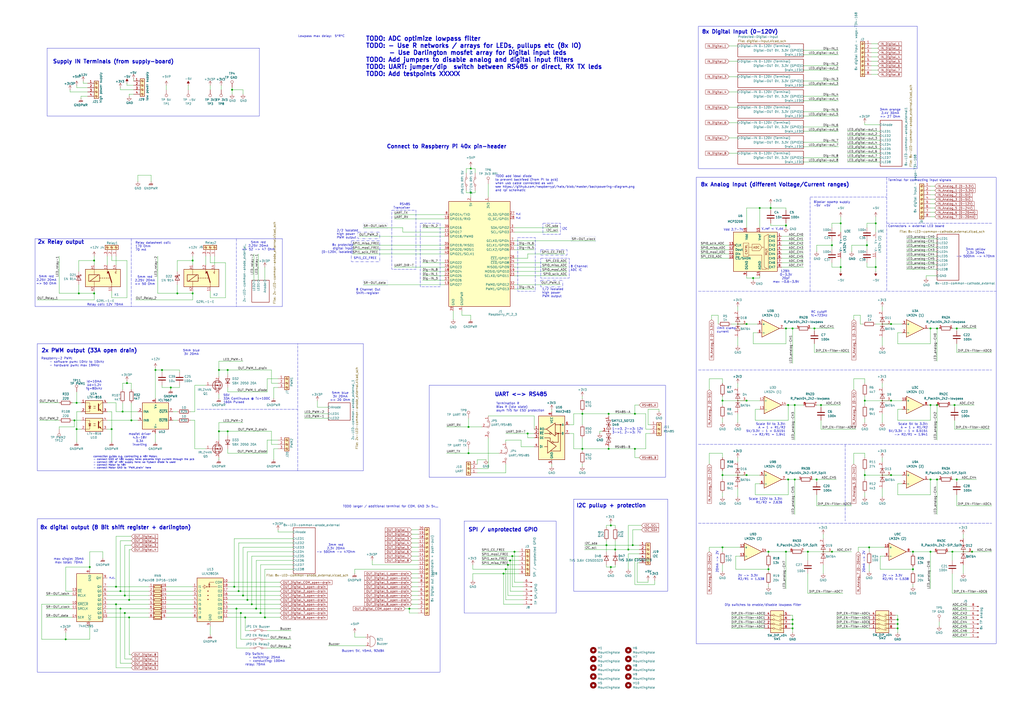
<source format=kicad_sch>
(kicad_sch
	(version 20231120)
	(generator "eeschema")
	(generator_version "8.0")
	(uuid "af4d11a6-73e1-4c39-a25e-5fe7dfa07237")
	(paper "A2")
	
	(junction
		(at 140.97 345.44)
		(diameter 0)
		(color 0 0 0 0)
		(uuid "01a8e618-7e14-4882-9136-a12536116a47")
	)
	(junction
		(at 237.49 353.06)
		(diameter 0)
		(color 0 0 0 0)
		(uuid "01c225b5-cd2c-42cd-9a9e-dd1eb69e7a46")
	)
	(junction
		(at 294.64 327.66)
		(diameter 0)
		(color 0 0 0 0)
		(uuid "05305efd-1dbd-4d1b-9814-028567a7094e")
	)
	(junction
		(at 137.16 353.06)
		(diameter 0)
		(color 0 0 0 0)
		(uuid "05eca1c0-0042-44d8-82a8-b1f48175c33d")
	)
	(junction
		(at 368.3 260.35)
		(diameter 0)
		(color 0 0 0 0)
		(uuid "06f335d7-63de-4572-a20a-022b6c7f93c9")
	)
	(junction
		(at 364.49 318.77)
		(diameter 0)
		(color 0 0 0 0)
		(uuid "072c8fc6-89d0-4715-8ea4-dd9134761f17")
	)
	(junction
		(at 351.79 316.23)
		(diameter 0)
		(color 0 0 0 0)
		(uuid "07823899-5798-4592-8eff-8b1fe5858f30")
	)
	(junction
		(at 71.12 238.76)
		(diameter 0)
		(color 0 0 0 0)
		(uuid "0eedc99b-ff42-4961-8286-6066dee5c8fe")
	)
	(junction
		(at 508 129.54)
		(diameter 0)
		(color 0 0 0 0)
		(uuid "0f3fa599-affa-44c6-8b85-24ce12db14ea")
	)
	(junction
		(at 67.31 340.36)
		(diameter 0)
		(color 0 0 0 0)
		(uuid "10026633-9ac7-4b72-aa53-10151f42da81")
	)
	(junction
		(at 64.77 248.92)
		(diameter 0)
		(color 0 0 0 0)
		(uuid "11580b8b-6675-41d3-b33d-e1ed958eda93")
	)
	(junction
		(at 153.67 358.14)
		(diameter 0)
		(color 0 0 0 0)
		(uuid "119c3b35-4b9f-4318-9220-02559deba15e")
	)
	(junction
		(at 73.66 222.25)
		(diameter 0)
		(color 0 0 0 0)
		(uuid "14ee932b-b4bf-415b-ab21-01e0b930417b")
	)
	(junction
		(at 516.89 232.41)
		(diameter 0)
		(color 0 0 0 0)
		(uuid "14fcd33f-6a27-4b5c-bd8a-16602ae94ce3")
	)
	(junction
		(at 353.06 240.03)
		(diameter 0)
		(color 0 0 0 0)
		(uuid "1827b75e-5515-4844-a399-117e6918fd73")
	)
	(junction
		(at 354.33 328.93)
		(diameter 0)
		(color 0 0 0 0)
		(uuid "1c476741-4a7f-44e7-a84a-5b0fc50d1df8")
	)
	(junction
		(at 487.68 154.94)
		(diameter 0)
		(color 0 0 0 0)
		(uuid "1f83392c-f6f4-4c47-92c7-6541609902a5")
	)
	(junction
		(at 508 154.94)
		(diameter 0)
		(color 0 0 0 0)
		(uuid "1ff1815a-ddb0-4907-bed1-18b8fe5665e3")
	)
	(junction
		(at 461.01 234.95)
		(diameter 0)
		(color 0 0 0 0)
		(uuid "209182a8-b4b9-40cd-b5b2-bd90b860e927")
	)
	(junction
		(at 54.61 151.13)
		(diameter 0)
		(color 0 0 0 0)
		(uuid "213f96fc-26d9-4cf1-83bd-f4336ef00b81")
	)
	(junction
		(at 102.87 170.18)
		(diameter 0)
		(color 0 0 0 0)
		(uuid "236f3f4e-76e9-4351-baf1-7665cdb427aa")
	)
	(junction
		(at 146.05 350.52)
		(diameter 0)
		(color 0 0 0 0)
		(uuid "24719f92-8210-4aa7-b4fb-885fcf560860")
	)
	(junction
		(at 127 214.63)
		(diameter 0)
		(color 0 0 0 0)
		(uuid "2a544a35-89e9-4403-a76e-deca404b0df4")
	)
	(junction
		(at 337.82 240.03)
		(diameter 0)
		(color 0 0 0 0)
		(uuid "2d47b40e-d23f-458b-8bda-f40f4a63d16c")
	)
	(junction
		(at 461.01 278.13)
		(diameter 0)
		(color 0 0 0 0)
		(uuid "2ec783c1-8b84-46a4-83e0-9e6bdd9d83e1")
	)
	(junction
		(at 419.1 275.59)
		(diameter 0)
		(color 0 0 0 0)
		(uuid "2f3e2706-66a2-4ddc-84d7-d0f87e408bee")
	)
	(junction
		(at 433.07 187.96)
		(diameter 0)
		(color 0 0 0 0)
		(uuid "322a1d28-d972-4b68-a81b-9e541f249074")
	)
	(junction
		(at 539.75 234.95)
		(diameter 0)
		(color 0 0 0 0)
		(uuid "3ae78f7f-94a6-4485-a6b5-d7ce73e1abef")
	)
	(junction
		(at 516.89 187.96)
		(diameter 0)
		(color 0 0 0 0)
		(uuid "3b4b0fd5-c991-4a1b-b89c-c6b2bfe001ca")
	)
	(junction
		(at 44.45 233.68)
		(diameter 0)
		(color 0 0 0 0)
		(uuid "3c610d6d-cd11-4e18-9d10-ffa22d04497a")
	)
	(junction
		(at 52.07 328.93)
		(diameter 0)
		(color 0 0 0 0)
		(uuid "3c754c5e-b249-46c4-9d05-9f550316aca5")
	)
	(junction
		(at 273.05 111.76)
		(diameter 0)
		(color 0 0 0 0)
		(uuid "401df33a-bfc8-4102-a832-13b9d72f27f9")
	)
	(junction
		(at 447.04 120.65)
		(diameter 0)
		(color 0 0 0 0)
		(uuid "42f8f2a2-d4f1-4f85-a7f3-af76fd15f334")
	)
	(junction
		(at 539.75 190.5)
		(diameter 0)
		(color 0 0 0 0)
		(uuid "4c28afa4-cb18-4457-bfd3-5c53dabd8baa")
	)
	(junction
		(at 67.31 350.52)
		(diameter 0)
		(color 0 0 0 0)
		(uuid "4dd49bce-72c0-4885-aaa1-4fc2ceee5ed9")
	)
	(junction
		(at 293.37 330.2)
		(diameter 0)
		(color 0 0 0 0)
		(uuid "4e253152-ce51-433a-bba8-8c16e7a62d28")
	)
	(junction
		(at 436.88 161.29)
		(diameter 0)
		(color 0 0 0 0)
		(uuid "4e57230f-aabe-47d0-b863-f2adc3d1ffe4")
	)
	(junction
		(at 554.99 278.13)
		(diameter 0)
		(color 0 0 0 0)
		(uuid "5350fbf4-d95b-437a-9686-20f0bf58d3a4")
	)
	(junction
		(at 356.87 318.77)
		(diameter 0)
		(color 0 0 0 0)
		(uuid "53d66afe-70cb-456e-9b1b-03e37a30427c")
	)
	(junction
		(at 539.75 278.13)
		(diameter 0)
		(color 0 0 0 0)
		(uuid "5453c15f-3da7-498f-b4d4-eefd4a32800e")
	)
	(junction
		(at 482.6 142.24)
		(diameter 0)
		(color 0 0 0 0)
		(uuid "55a82554-799d-4bb3-8181-718182c3900f")
	)
	(junction
		(at 501.65 232.41)
		(diameter 0)
		(color 0 0 0 0)
		(uuid "57a339c8-b411-45ff-a169-a3416d23d890")
	)
	(junction
		(at 111.76 170.18)
		(diameter 0)
		(color 0 0 0 0)
		(uuid "58641e9a-dfea-4a17-a599-d3f20704b922")
	)
	(junction
		(at 539.75 320.04)
		(diameter 0)
		(color 0 0 0 0)
		(uuid "5ebeab69-b597-43d2-ab3a-c72fec21131d")
	)
	(junction
		(at 504.19 317.5)
		(diameter 0)
		(color 0 0 0 0)
		(uuid "5fbe9979-8f7b-4932-9184-a4d03c15d4fe")
	)
	(junction
		(at 476.25 234.95)
		(diameter 0)
		(color 0 0 0 0)
		(uuid "5fd46808-879e-44b8-af18-96d3e87ab16f")
	)
	(junction
		(at 354.33 304.8)
		(diameter 0)
		(color 0 0 0 0)
		(uuid "60649139-4bdd-472e-9af5-360b27505cfe")
	)
	(junction
		(at 295.91 325.12)
		(diameter 0)
		(color 0 0 0 0)
		(uuid "64cc4205-6b81-48b6-affd-d8656f4e6bce")
	)
	(junction
		(at 529.59 320.04)
		(diameter 0)
		(color 0 0 0 0)
		(uuid "67352b46-f9e5-4f25-b773-3d42ff5e5699")
	)
	(junction
		(at 419.1 317.5)
		(diameter 0)
		(color 0 0 0 0)
		(uuid "6e2b59ba-643e-42d5-abe7-fae3afd30e18")
	)
	(junction
		(at 90.17 214.63)
		(diameter 0)
		(color 0 0 0 0)
		(uuid "6f8dae14-e5bb-4ed3-8136-992dd6b276bb")
	)
	(junction
		(at 440.69 120.65)
		(diameter 0)
		(color 0 0 0 0)
		(uuid "71c80c36-cea0-487c-bcb3-ac90e6cf6909")
	)
	(junction
		(at 501.65 275.59)
		(diameter 0)
		(color 0 0 0 0)
		(uuid "72cd6455-fb65-4b52-8421-80100f0ddc8f")
	)
	(junction
		(at 69.85 342.9)
		(diameter 0)
		(color 0 0 0 0)
		(uuid "751fb691-f4d4-4afb-8c99-237d44216e6a")
	)
	(junction
		(at 143.51 347.98)
		(diameter 0)
		(color 0 0 0 0)
		(uuid "75331210-328d-4b01-a051-ab734c1e4329")
	)
	(junction
		(at 455.93 130.81)
		(diameter 0)
		(color 0 0 0 0)
		(uuid "7b6a19d9-d84c-4ace-9ad2-e52657e5669a")
	)
	(junction
		(at 543.56 190.5)
		(diameter 0)
		(color 0 0 0 0)
		(uuid "7c4690e7-c7bf-4226-a178-dc9e53dc51ed")
	)
	(junction
		(at 445.77 320.04)
		(diameter 0)
		(color 0 0 0 0)
		(uuid "7eee6ae0-e862-4cf5-a20a-077da3b5824a")
	)
	(junction
		(at 38.1 370.84)
		(diameter 0)
		(color 0 0 0 0)
		(uuid "84b82d7c-5f92-4073-bceb-03310c6207ac")
	)
	(junction
		(at 472.44 190.5)
		(diameter 0)
		(color 0 0 0 0)
		(uuid "85be4b5b-1dd3-4429-a51f-714f415e4cb3")
	)
	(junction
		(at 516.89 275.59)
		(diameter 0)
		(color 0 0 0 0)
		(uuid "86f80d78-9680-4044-9ea8-382a544e1180")
	)
	(junction
		(at 306.07 251.46)
		(diameter 0)
		(color 0 0 0 0)
		(uuid "8ba0df70-00b9-477d-a1d9-09e132e0196c")
	)
	(junction
		(at 502.92 142.24)
		(diameter 0)
		(color 0 0 0 0)
		(uuid "8e2b91a7-a806-46dd-8017-558f66a7d5aa")
	)
	(junction
		(at 93.98 214.63)
		(diameter 0)
		(color 0 0 0 0)
		(uuid "900094c6-ad82-42ce-b9e4-bbff1fbd4f7d")
	)
	(junction
		(at 271.78 262.89)
		(diameter 0)
		(color 0 0 0 0)
		(uuid "98441d78-d77f-486a-92ea-3668d01ee127")
	)
	(junction
		(at 543.56 234.95)
		(diameter 0)
		(color 0 0 0 0)
		(uuid "9857da2e-fa86-4979-a30f-81191067da5a")
	)
	(junction
		(at 292.1 332.74)
		(diameter 0)
		(color 0 0 0 0)
		(uuid "9867b519-f5bd-4ee4-8781-727026525927")
	)
	(junction
		(at 459.74 359.41)
		(diameter 0)
		(color 0 0 0 0)
		(uuid "98c11e17-da75-489b-919d-abd5b90d75d6")
	)
	(junction
		(at 520.7 364.49)
		(diameter 0)
		(color 0 0 0 0)
		(uuid "9905ae76-43d5-46fd-ab04-63b3bd0b1c1a")
	)
	(junction
		(at 529.59 330.2)
		(diameter 0)
		(color 0 0 0 0)
		(uuid "9f9cd4a1-53b7-4b90-939d-1f42f0144daf")
	)
	(junction
		(at 72.39 345.44)
		(diameter 0)
		(color 0 0 0 0)
		(uuid "a02a0c35-7237-4690-930d-ae7d81a03d46")
	)
	(junction
		(at 433.07 275.59)
		(diameter 0)
		(color 0 0 0 0)
		(uuid "a0fb1850-0f46-4c36-b798-547b535c42df")
	)
	(junction
		(at 44.45 248.92)
		(diameter 0)
		(color 0 0 0 0)
		(uuid "a156600e-b17b-40ee-9338-2875dd6af119")
	)
	(junction
		(at 459.74 364.49)
		(diameter 0)
		(color 0 0 0 0)
		(uuid "a2aaf358-b70a-40ed-8891-c2b838783341")
	)
	(junction
		(at 543.56 278.13)
		(diameter 0)
		(color 0 0 0 0)
		(uuid "a647ae42-673a-4b30-ba91-f5c0de2d1fb1")
	)
	(junction
		(at 419.1 232.41)
		(diameter 0)
		(color 0 0 0 0)
		(uuid "a8916f2a-3760-4408-a711-e8008e50a42d")
	)
	(junction
		(at 473.71 278.13)
		(diameter 0)
		(color 0 0 0 0)
		(uuid "a8b20a5e-2fbe-4704-8e22-2faf27846df8")
	)
	(junction
		(at 553.72 234.95)
		(diameter 0)
		(color 0 0 0 0)
		(uuid "aad29792-d123-4844-9da8-1df2be24a9d5")
	)
	(junction
		(at 45.72 170.18)
		(diameter 0)
		(color 0 0 0 0)
		(uuid "ac1970be-fc9a-493a-b832-4f526b5d8a6f")
	)
	(junction
		(at 367.03 316.23)
		(diameter 0)
		(color 0 0 0 0)
		(uuid "ac4ac232-9a0f-4efe-bd40-aa7c1fcbaeed")
	)
	(junction
		(at 142.24 358.14)
		(diameter 0)
		(color 0 0 0 0)
		(uuid "b03b65c9-d63a-4b4e-b4bc-bfd5bb85047b")
	)
	(junction
		(at 134.62 52.07)
		(diameter 0)
		(color 0 0 0 0)
		(uuid "b1b4e282-b41e-4806-9700-a7c6fbc133b2")
	)
	(junction
		(at 138.43 342.9)
		(diameter 0)
		(color 0 0 0 0)
		(uuid "b2e04b3a-0203-4e9b-b5fb-44711c9651f5")
	)
	(junction
		(at 99.06 224.79)
		(diameter 0)
		(color 0 0 0 0)
		(uuid "b650fb0f-f91e-4bab-945c-20253961cf93")
	)
	(junction
		(at 368.3 240.03)
		(diameter 0)
		(color 0 0 0 0)
		(uuid "b75f83a7-ff43-422c-8aef-b23c65dc9f58")
	)
	(junction
		(at 433.07 232.41)
		(diameter 0)
		(color 0 0 0 0)
		(uuid "b8cbbf2c-6947-4c47-a76a-df98369a49e2")
	)
	(junction
		(at 445.77 330.2)
		(diameter 0)
		(color 0 0 0 0)
		(uuid "bc0e8895-a168-4b32-a3ae-032222041331")
	)
	(junction
		(at 273.05 97.79)
		(diameter 0)
		(color 0 0 0 0)
		(uuid "c141ea30-0a7b-45f8-a452-2c0244bcf9aa")
	)
	(junction
		(at 111.76 151.13)
		(diameter 0)
		(color 0 0 0 0)
		(uuid "c25e2208-2d4a-4a5d-b1b6-520bc7405c20")
	)
	(junction
		(at 72.39 355.6)
		(diameter 0)
		(color 0 0 0 0)
		(uuid "c2a7d60c-8406-4629-9f9f-20facc991908")
	)
	(junction
		(at 127 250.19)
		(diameter 0)
		(color 0 0 0 0)
		(uuid "c583ebaa-dbb1-42bf-9503-cd46d9d9c934")
	)
	(junction
		(at 468.63 320.04)
		(diameter 0)
		(color 0 0 0 0)
		(uuid "c6fd9455-a40f-495c-b522-dad68ccccb40")
	)
	(junction
		(at 69.85 353.06)
		(diameter 0)
		(color 0 0 0 0)
		(uuid "c7252f51-5593-44ea-9ef0-15644cb2b836")
	)
	(junction
		(at 482.6 320.04)
		(diameter 0)
		(color 0 0 0 0)
		(uuid "c7d2abe6-56ee-45d0-91ba-2bdad49697be")
	)
	(junction
		(at 554.99 190.5)
		(diameter 0)
		(color 0 0 0 0)
		(uuid "c9a1a788-271b-4313-91ac-1eb41a1be2d1")
	)
	(junction
		(at 74.93 347.98)
		(diameter 0)
		(color 0 0 0 0)
		(uuid "ca97fd06-a20b-4255-9402-c6f0775648c9")
	)
	(junction
		(at 563.88 320.04)
		(diameter 0)
		(color 0 0 0 0)
		(uuid "cb011434-a4b0-4556-a812-d331c49ca2c1")
	)
	(junction
		(at 297.18 322.58)
		(diameter 0)
		(color 0 0 0 0)
		(uuid "ccfc0193-cd4b-4bd1-9adb-8688e97bfa23")
	)
	(junction
		(at 151.13 355.6)
		(diameter 0)
		(color 0 0 0 0)
		(uuid "cdb7cae5-fc07-4bbc-8ee6-837fb3913bf1")
	)
	(junction
		(at 455.93 320.04)
		(diameter 0)
		(color 0 0 0 0)
		(uuid "d3002e4b-d3e1-40cc-9b8a-5d2c7334c6dd")
	)
	(junction
		(at 520.7 361.95)
		(diameter 0)
		(color 0 0 0 0)
		(uuid "d3c25f2f-519c-4e8a-bf2d-451e91de8263")
	)
	(junction
		(at 459.74 190.5)
		(diameter 0)
		(color 0 0 0 0)
		(uuid "d5958f52-db39-4d96-9f5c-46cc0e0a9c13")
	)
	(junction
		(at 353.06 260.35)
		(diameter 0)
		(color 0 0 0 0)
		(uuid "d5f0980c-b894-41c8-ad9a-99d84da95533")
	)
	(junction
		(at 132.08 250.19)
		(diameter 0)
		(color 0 0 0 0)
		(uuid "d7f6abff-a394-48b0-8295-d13e407a04cb")
	)
	(junction
		(at 487.68 129.54)
		(diameter 0)
		(color 0 0 0 0)
		(uuid "d8d7fb1f-bb4d-4c93-8aa7-905c20aefd85")
	)
	(junction
		(at 552.45 320.04)
		(diameter 0)
		(color 0 0 0 0)
		(uuid "dd672ca4-9aed-4510-a18a-eaf4c4b1b5b2")
	)
	(junction
		(at 298.45 320.04)
		(diameter 0)
		(color 0 0 0 0)
		(uuid "dd9c1b13-9084-449b-9bee-5e037521464a")
	)
	(junction
		(at 520.7 359.41)
		(diameter 0)
		(color 0 0 0 0)
		(uuid "df62cb63-19fa-46f2-9a5a-93a304b5a69d")
	)
	(junction
		(at 271.78 247.65)
		(diameter 0)
		(color 0 0 0 0)
		(uuid "df678c17-c7d1-407d-803a-c886081558ed")
	)
	(junction
		(at 457.2 234.95)
		(diameter 0)
		(color 0 0 0 0)
		(uuid "e06e2f01-d838-48f6-8efa-7e05b926ca29")
	)
	(junction
		(at 54.61 170.18)
		(diameter 0)
		(color 0 0 0 0)
		(uuid "e0fcc60c-adef-4503-b67d-31eec596d694")
	)
	(junction
		(at 148.59 353.06)
		(diameter 0)
		(color 0 0 0 0)
		(uuid "e3108376-7dad-4cc8-8861-63d384004879")
	)
	(junction
		(at 76.2 243.84)
		(diameter 0)
		(color 0 0 0 0)
		(uuid "e5b099e1-f557-4448-b3d0-b283fc211558")
	)
	(junction
		(at 135.89 340.36)
		(diameter 0)
		(color 0 0 0 0)
		(uuid "e5bd5461-5bb2-4b08-87c8-6e463ef8db0a")
	)
	(junction
		(at 132.08 214.63)
		(diameter 0)
		(color 0 0 0 0)
		(uuid "e8615103-e90c-4f75-b440-b8fad443ff1e")
	)
	(junction
		(at 43.18 243.84)
		(diameter 0)
		(color 0 0 0 0)
		(uuid "e888c988-fb5e-4161-b771-d1f510c9d0b9")
	)
	(junction
		(at 337.82 260.35)
		(diameter 0)
		(color 0 0 0 0)
		(uuid "ed02a82a-9a4c-446b-b18a-c2e77fed11fa")
	)
	(junction
		(at 457.2 278.13)
		(diameter 0)
		(color 0 0 0 0)
		(uuid "ef6c709f-f6a8-4332-b336-2fc745163133")
	)
	(junction
		(at 459.74 361.95)
		(diameter 0)
		(color 0 0 0 0)
		(uuid "f4dadaf2-7795-4ea6-a683-80336635a387")
	)
	(junction
		(at 139.7 355.6)
		(diameter 0)
		(color 0 0 0 0)
		(uuid "fae7fc45-5150-4de6-9de8-a36ec31aa312")
	)
	(junction
		(at 455.93 190.5)
		(diameter 0)
		(color 0 0 0 0)
		(uuid "fbce1fdb-db5b-4f19-bbb5-0a9c27bcbc89")
	)
	(junction
		(at 74.93 358.14)
		(diameter 0)
		(color 0 0 0 0)
		(uuid "fcfc1728-3653-4623-b7b5-a4e4cd6811ba")
	)
	(wire
		(pts
			(xy 455.93 129.54) (xy 455.93 130.81)
		)
		(stroke
			(width 0)
			(type default)
		)
		(uuid "0054231e-6c1c-4b62-a261-da803b448710")
	)
	(wire
		(pts
			(xy 491.49 78.74) (xy 510.54 78.74)
		)
		(stroke
			(width 0)
			(type default)
		)
		(uuid "0059a5bd-5d4e-41f1-b8bf-105e91bea211")
	)
	(wire
		(pts
			(xy 496.57 248.92) (xy 476.25 248.92)
		)
		(stroke
			(width 0)
			(type default)
		)
		(uuid "007352d0-4393-4d19-8efc-d51e28cb77e4")
	)
	(wire
		(pts
			(xy 238.76 320.04) (xy 242.57 320.04)
		)
		(stroke
			(width 0)
			(type default)
		)
		(uuid "00818073-0ff6-4df9-84ad-d009831f149e")
	)
	(wire
		(pts
			(xy 62.23 243.84) (xy 76.2 243.84)
		)
		(stroke
			(width 0)
			(type default)
		)
		(uuid "00912cef-7458-4250-9601-851325c17234")
	)
	(wire
		(pts
			(xy 62.23 233.68) (xy 67.31 233.68)
		)
		(stroke
			(width 0)
			(type default)
		)
		(uuid "00e44004-c513-4de5-a722-c1ec9c261caa")
	)
	(wire
		(pts
			(xy 419.1 327.66) (xy 419.1 331.47)
		)
		(stroke
			(width 0)
			(type default)
		)
		(uuid "00ef2f56-37bd-4ed0-aeb9-aa019bd24e2f")
	)
	(wire
		(pts
			(xy 139.7 370.84) (xy 139.7 355.6)
		)
		(stroke
			(width 0)
			(type default)
		)
		(uuid "00fdba94-28e0-4b7e-a3f6-8468a273182f")
	)
	(wire
		(pts
			(xy 553.72 234.95) (xy 553.72 236.22)
		)
		(stroke
			(width 0)
			(type default)
		)
		(uuid "01a5f7f5-381b-4726-8886-b420b25ccedd")
	)
	(wire
		(pts
			(xy 132.08 353.06) (xy 137.16 353.06)
		)
		(stroke
			(width 0)
			(type default)
		)
		(uuid "01f70877-5d35-4473-8154-b32633fb4439")
	)
	(wire
		(pts
			(xy 90.17 214.63) (xy 93.98 214.63)
		)
		(stroke
			(width 0)
			(type default)
		)
		(uuid "02432959-10b0-4f2a-af2d-7311d5fec00d")
	)
	(wire
		(pts
			(xy 486.41 31.75) (xy 466.09 31.75)
		)
		(stroke
			(width 0)
			(type default)
		)
		(uuid "025ad35c-64b0-47a8-a900-f118fd03ec35")
	)
	(wire
		(pts
			(xy 270.51 111.76) (xy 273.05 111.76)
		)
		(stroke
			(width 0)
			(type default)
		)
		(uuid "02629f80-2850-40af-b117-d301cbd2e1ca")
	)
	(wire
		(pts
			(xy 274.32 330.2) (xy 293.37 330.2)
		)
		(stroke
			(width 0)
			(type default)
		)
		(uuid "02a344d2-8b47-43f6-b628-b060a6ff1a34")
	)
	(wire
		(pts
			(xy 537.21 160.02) (xy 543.56 160.02)
		)
		(stroke
			(width 0)
			(type default)
		)
		(uuid "02ca2bcb-dc3d-41b8-b3bb-d6980a38a62d")
	)
	(wire
		(pts
			(xy 52.07 330.2) (xy 52.07 328.93)
		)
		(stroke
			(width 0)
			(type default)
		)
		(uuid "02caf3da-4dfe-464a-bed0-55c975aa32ca")
	)
	(wire
		(pts
			(xy 487.68 125.73) (xy 487.68 129.54)
		)
		(stroke
			(width 0)
			(type default)
		)
		(uuid "02dea10a-f229-486d-876a-a071096eeead")
	)
	(wire
		(pts
			(xy 245.11 152.4) (xy 257.81 152.4)
		)
		(stroke
			(width 0)
			(type default)
		)
		(uuid "02f927d2-46f0-4067-bb2c-7b5ed625f8eb")
	)
	(wire
		(pts
			(xy 157.48 250.19) (xy 157.48 257.81)
		)
		(stroke
			(width 0)
			(type default)
		)
		(uuid "030da04f-bb6a-49d5-a07a-b1ac13ef0d2c")
	)
	(wire
		(pts
			(xy 516.89 275.59) (xy 523.24 275.59)
		)
		(stroke
			(width 0)
			(type default)
		)
		(uuid "0402a363-6ddc-4245-b79d-651ce5e2b849")
	)
	(wire
		(pts
			(xy 457.2 234.95) (xy 461.01 234.95)
		)
		(stroke
			(width 0)
			(type default)
		)
		(uuid "04304b2e-0c68-4a14-bbe0-0e23cac30e94")
	)
	(wire
		(pts
			(xy 176.53 242.57) (xy 190.5 242.57)
		)
		(stroke
			(width 0)
			(type default)
		)
		(uuid "0441f777-da59-4d51-9ce1-7f52d2030a3b")
	)
	(wire
		(pts
			(xy 351.79 306.07) (xy 351.79 304.8)
		)
		(stroke
			(width 0)
			(type default)
		)
		(uuid "0445f1c5-cbd7-41f2-81d5-6122602375c6")
	)
	(wire
		(pts
			(xy 563.88 320.04) (xy 575.31 320.04)
		)
		(stroke
			(width 0)
			(type default)
		)
		(uuid "044788d0-021d-486d-a9d3-fdae59027b7a")
	)
	(polyline
		(pts
			(xy 114.3 237.49) (xy 172.72 237.49)
		)
		(stroke
			(width 0)
			(type dash)
		)
		(uuid "0562829c-78ed-418e-bf83-3ad41711062d")
	)
	(wire
		(pts
			(xy 73.66 151.13) (xy 73.66 172.72)
		)
		(stroke
			(width 0)
			(type default)
		)
		(uuid "05769be8-6486-49a6-96aa-282d535c7d39")
	)
	(wire
		(pts
			(xy 433.07 132.08) (xy 433.07 120.65)
		)
		(stroke
			(width 0)
			(type default)
		)
		(uuid "05c7cccb-cca5-4623-97c8-040d9b4df307")
	)
	(wire
		(pts
			(xy 67.31 340.36) (xy 86.36 340.36)
		)
		(stroke
			(width 0)
			(type default)
		)
		(uuid "060a1e46-185f-46d5-bb25-4b502bfab042")
	)
	(wire
		(pts
			(xy 453.39 137.16) (xy 466.09 137.16)
		)
		(stroke
			(width 0)
			(type default)
		)
		(uuid "068083fa-fce7-43b5-8463-4f98840e7a26")
	)
	(wire
		(pts
			(xy 73.66 172.72) (xy 64.77 172.72)
		)
		(stroke
			(width 0)
			(type default)
		)
		(uuid "06a1b25e-5913-4cbd-a6dc-df54f02c3062")
	)
	(wire
		(pts
			(xy 76.2 313.69) (xy 69.85 313.69)
		)
		(stroke
			(width 0)
			(type default)
		)
		(uuid "0768423a-ac1c-4f99-9532-7ef87789f549")
	)
	(wire
		(pts
			(xy 96.52 342.9) (xy 111.76 342.9)
		)
		(stroke
			(width 0)
			(type default)
		)
		(uuid "07df2798-ce49-4d2e-88d1-304e7370129e")
	)
	(wire
		(pts
			(xy 273.05 182.88) (xy 273.05 185.42)
		)
		(stroke
			(width 0)
			(type default)
		)
		(uuid "07f79494-8767-4e73-b134-542e489a4daa")
	)
	(wire
		(pts
			(xy 511.81 265.43) (xy 511.81 267.97)
		)
		(stroke
			(width 0)
			(type default)
		)
		(uuid "086ffce1-bece-47de-afff-a5272daa684c")
	)
	(wire
		(pts
			(xy 543.56 278.13) (xy 544.83 278.13)
		)
		(stroke
			(width 0)
			(type default)
		)
		(uuid "08d4afc6-7a52-4c48-90ea-de03339f3fec")
	)
	(wire
		(pts
			(xy 438.15 280.67) (xy 438.15 287.02)
		)
		(stroke
			(width 0)
			(type default)
		)
		(uuid "08da2754-5954-4cc6-88b7-c43418808a5f")
	)
	(wire
		(pts
			(xy 238.76 332.74) (xy 242.57 332.74)
		)
		(stroke
			(width 0)
			(type default)
		)
		(uuid "09105bff-0442-453e-b260-c98527da345d")
	)
	(wire
		(pts
			(xy 453.39 139.7) (xy 466.09 139.7)
		)
		(stroke
			(width 0)
			(type default)
		)
		(uuid "0932f8bf-1781-41f0-8075-3b7e84ddb5c7")
	)
	(wire
		(pts
			(xy 64.77 248.92) (xy 64.77 238.76)
		)
		(stroke
			(width 0)
			(type default)
		)
		(uuid "09c9e21f-8206-47ae-a9c8-c044bfbcae4a")
	)
	(wire
		(pts
			(xy 501.65 273.05) (xy 501.65 275.59)
		)
		(stroke
			(width 0)
			(type default)
		)
		(uuid "09d9a41a-af3c-4a91-ad4d-2c3b79cf9ec7")
	)
	(wire
		(pts
			(xy 52.07 363.22) (xy 52.07 370.84)
		)
		(stroke
			(width 0)
			(type default)
		)
		(uuid "0a051774-4cbb-4b66-bf37-8910fac947bb")
	)
	(wire
		(pts
			(xy 62.23 358.14) (xy 74.93 358.14)
		)
		(stroke
			(width 0)
			(type default)
		)
		(uuid "0aa33d96-2e44-4442-b63d-f8ede3d506ac")
	)
	(wire
		(pts
			(xy 375.92 237.49) (xy 375.92 246.38)
		)
		(stroke
			(width 0)
			(type default)
		)
		(uuid "0ac0da6d-7a79-4bb6-aac5-dbd7e02f6a35")
	)
	(wire
		(pts
			(xy 157.48 257.81) (xy 161.29 257.81)
		)
		(stroke
			(width 0)
			(type default)
		)
		(uuid "0af3e3f5-4871-4f0a-9b10-f4cd810203b5")
	)
	(wire
		(pts
			(xy 419.1 262.89) (xy 419.1 265.43)
		)
		(stroke
			(width 0)
			(type default)
		)
		(uuid "0b798a4e-ae38-46ca-9967-253a2656e0f1")
	)
	(wire
		(pts
			(xy 69.85 384.81) (xy 69.85 353.06)
		)
		(stroke
			(width 0)
			(type default)
		)
		(uuid "0d64bcbd-9b4c-4f6e-98d3-beab5b2606b6")
	)
	(wire
		(pts
			(xy 458.47 361.95) (xy 459.74 361.95)
		)
		(stroke
			(width 0)
			(type default)
		)
		(uuid "0ee3f252-7bb8-434b-aa8b-9caf2c52cf77")
	)
	(wire
		(pts
			(xy 501.65 232.41) (xy 501.65 234.95)
		)
		(stroke
			(width 0)
			(type default)
		)
		(uuid "0f4644b6-fa54-41ce-a769-bba1ac182829")
	)
	(wire
		(pts
			(xy 320.04 237.49) (xy 320.04 238.76)
		)
		(stroke
			(width 0)
			(type default)
		)
		(uuid "0fdad08b-4b60-4f92-976c-2a5e922013e0")
	)
	(wire
		(pts
			(xy 34.29 148.59) (xy 34.29 170.18)
		)
		(stroke
			(width 0)
			(type default)
		)
		(uuid "0fdb76a1-0d44-4ff6-a2d2-38a97251b0ec")
	)
	(wire
		(pts
			(xy 473.71 287.02) (xy 473.71 293.37)
		)
		(stroke
			(width 0)
			(type default)
		)
		(uuid "100c3ed1-15ce-439f-b56e-a20a33137ade")
	)
	(wire
		(pts
			(xy 495.3 262.89) (xy 501.65 262.89)
		)
		(stroke
			(width 0)
			(type default)
		)
		(uuid "10a6a44e-d783-4ce2-86b8-20bd8032d780")
	)
	(wire
		(pts
			(xy 245.11 160.02) (xy 257.81 160.02)
		)
		(stroke
			(width 0)
			(type default)
		)
		(uuid "10a757e5-89b9-4989-b591-35fa1e44e30a")
	)
	(wire
		(pts
			(xy 539.75 243.84) (xy 539.75 234.95)
		)
		(stroke
			(width 0)
			(type default)
		)
		(uuid "1103b789-e8a0-437b-b861-57f3bb0fe1fd")
	)
	(wire
		(pts
			(xy 298.45 142.24) (xy 309.88 142.24)
		)
		(stroke
			(width 0)
			(type default)
		)
		(uuid "119c66a0-9194-4112-8a35-c7ab420db9e3")
	)
	(wire
		(pts
			(xy 132.08 250.19) (xy 132.08 252.73)
		)
		(stroke
			(width 0)
			(type default)
		)
		(uuid "11c359c3-26fe-4117-8dcc-0f087608c0a4")
	)
	(wire
		(pts
			(xy 294.64 345.4
... [499797 chars truncated]
</source>
